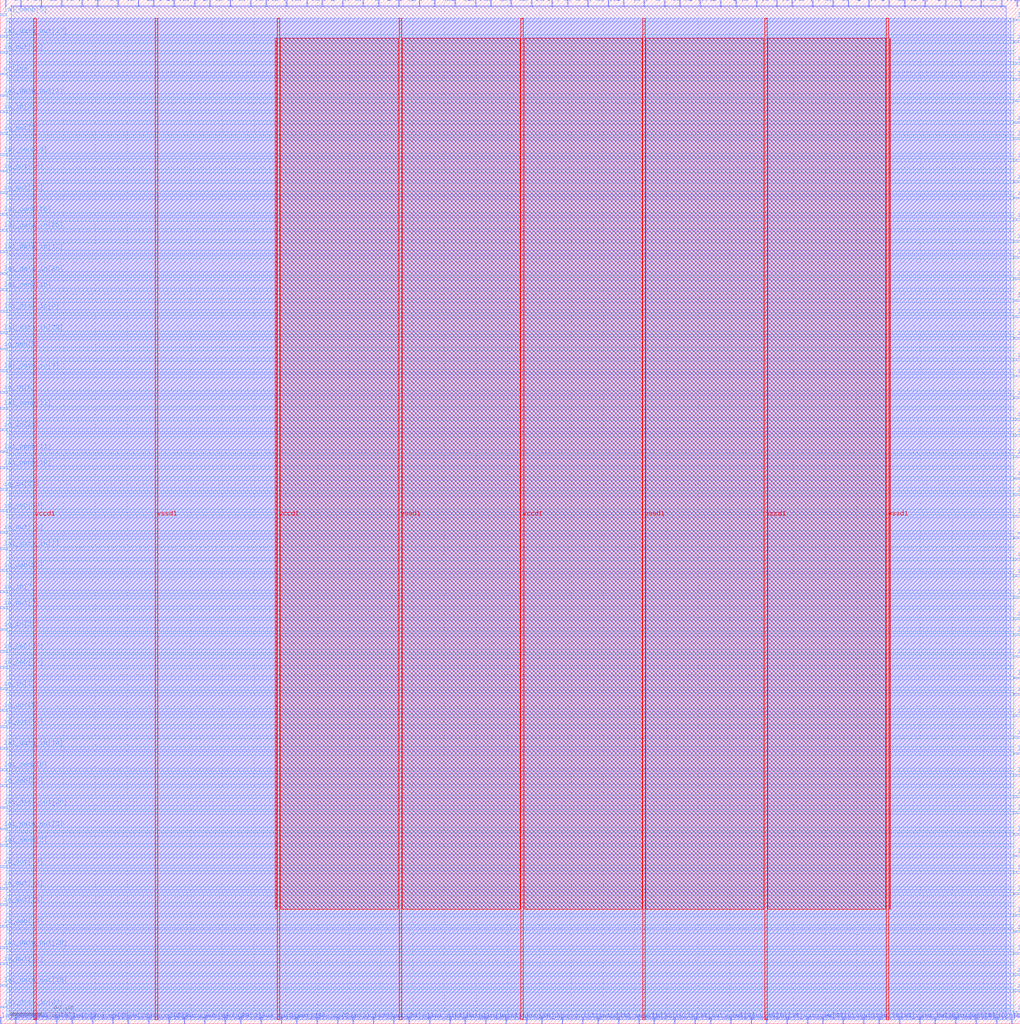
<source format=lef>
VERSION 5.7 ;
  NOWIREEXTENSIONATPIN ON ;
  DIVIDERCHAR "/" ;
  BUSBITCHARS "[]" ;
MACRO wrapped_tetris
  CLASS BLOCK ;
  FOREIGN wrapped_tetris ;
  ORIGIN 0.000 0.000 ;
  SIZE 642.950 BY 645.510 ;
  PIN active
    DIRECTION INPUT ;
    USE SIGNAL ;
    PORT
      LAYER met3 ;
        RECT 0.000 598.140 4.000 599.340 ;
    END
  END active
  PIN io_in[0]
    DIRECTION INPUT ;
    USE SIGNAL ;
    PORT
      LAYER met2 ;
        RECT 199.590 0.000 200.150 4.000 ;
    END
  END io_in[0]
  PIN io_in[10]
    DIRECTION INPUT ;
    USE SIGNAL ;
    PORT
      LAYER met2 ;
        RECT 357.370 641.510 357.930 645.510 ;
    END
  END io_in[10]
  PIN io_in[11]
    DIRECTION INPUT ;
    USE SIGNAL ;
    PORT
      LAYER met2 ;
        RECT 3.170 641.510 3.730 645.510 ;
    END
  END io_in[11]
  PIN io_in[12]
    DIRECTION INPUT ;
    USE SIGNAL ;
    PORT
      LAYER met3 ;
        RECT 638.950 543.740 642.950 544.940 ;
    END
  END io_in[12]
  PIN io_in[13]
    DIRECTION INPUT ;
    USE SIGNAL ;
    PORT
      LAYER met2 ;
        RECT 305.850 0.000 306.410 4.000 ;
    END
  END io_in[13]
  PIN io_in[14]
    DIRECTION INPUT ;
    USE SIGNAL ;
    PORT
      LAYER met2 ;
        RECT 238.230 641.510 238.790 645.510 ;
    END
  END io_in[14]
  PIN io_in[15]
    DIRECTION INPUT ;
    USE SIGNAL ;
    PORT
      LAYER met3 ;
        RECT 638.950 567.540 642.950 568.740 ;
    END
  END io_in[15]
  PIN io_in[16]
    DIRECTION INPUT ;
    USE SIGNAL ;
    PORT
      LAYER met3 ;
        RECT 638.950 57.540 642.950 58.740 ;
    END
  END io_in[16]
  PIN io_in[17]
    DIRECTION INPUT ;
    USE SIGNAL ;
    PORT
      LAYER met2 ;
        RECT 131.970 641.510 132.530 645.510 ;
    END
  END io_in[17]
  PIN io_in[18]
    DIRECTION INPUT ;
    USE SIGNAL ;
    PORT
      LAYER met2 ;
        RECT 157.730 641.510 158.290 645.510 ;
    END
  END io_in[18]
  PIN io_in[19]
    DIRECTION INPUT ;
    USE SIGNAL ;
    PORT
      LAYER met2 ;
        RECT 553.790 0.000 554.350 4.000 ;
    END
  END io_in[19]
  PIN io_in[1]
    DIRECTION INPUT ;
    USE SIGNAL ;
    PORT
      LAYER met3 ;
        RECT 0.000 210.540 4.000 211.740 ;
    END
  END io_in[1]
  PIN io_in[20]
    DIRECTION INPUT ;
    USE SIGNAL ;
    PORT
      LAYER met3 ;
        RECT 0.000 373.740 4.000 374.940 ;
    END
  END io_in[20]
  PIN io_in[21]
    DIRECTION INPUT ;
    USE SIGNAL ;
    PORT
      LAYER met3 ;
        RECT 0.000 247.940 4.000 249.140 ;
    END
  END io_in[21]
  PIN io_in[22]
    DIRECTION INPUT ;
    USE SIGNAL ;
    PORT
      LAYER met3 ;
        RECT 638.950 207.140 642.950 208.340 ;
    END
  END io_in[22]
  PIN io_in[23]
    DIRECTION INPUT ;
    USE SIGNAL ;
    PORT
      LAYER met2 ;
        RECT 122.310 641.510 122.870 645.510 ;
    END
  END io_in[23]
  PIN io_in[24]
    DIRECTION INPUT ;
    USE SIGNAL ;
    PORT
      LAYER met2 ;
        RECT 86.890 641.510 87.450 645.510 ;
    END
  END io_in[24]
  PIN io_in[25]
    DIRECTION INPUT ;
    USE SIGNAL ;
    PORT
      LAYER met2 ;
        RECT 482.950 0.000 483.510 4.000 ;
    END
  END io_in[25]
  PIN io_in[26]
    DIRECTION INPUT ;
    USE SIGNAL ;
    PORT
      LAYER met2 ;
        RECT 473.290 0.000 473.850 4.000 ;
    END
  END io_in[26]
  PIN io_in[27]
    DIRECTION INPUT ;
    USE SIGNAL ;
    PORT
      LAYER met3 ;
        RECT 638.950 142.540 642.950 143.740 ;
    END
  END io_in[27]
  PIN io_in[28]
    DIRECTION INPUT ;
    USE SIGNAL ;
    PORT
      LAYER met2 ;
        RECT 424.990 0.000 425.550 4.000 ;
    END
  END io_in[28]
  PIN io_in[29]
    DIRECTION INPUT ;
    USE SIGNAL ;
    PORT
      LAYER met2 ;
        RECT 640.730 641.510 641.290 645.510 ;
    END
  END io_in[29]
  PIN io_in[2]
    DIRECTION INPUT ;
    USE SIGNAL ;
    PORT
      LAYER met2 ;
        RECT 212.470 0.000 213.030 4.000 ;
    END
  END io_in[2]
  PIN io_in[30]
    DIRECTION INPUT ;
    USE SIGNAL ;
    PORT
      LAYER met3 ;
        RECT 638.950 254.740 642.950 255.940 ;
    END
  END io_in[30]
  PIN io_in[31]
    DIRECTION INPUT ;
    USE SIGNAL ;
    PORT
      LAYER met3 ;
        RECT 0.000 574.340 4.000 575.540 ;
    END
  END io_in[31]
  PIN io_in[32]
    DIRECTION INPUT ;
    USE SIGNAL ;
    PORT
      LAYER met2 ;
        RECT 402.450 0.000 403.010 4.000 ;
    END
  END io_in[32]
  PIN io_in[33]
    DIRECTION INPUT ;
    USE SIGNAL ;
    PORT
      LAYER met3 ;
        RECT 0.000 336.340 4.000 337.540 ;
    END
  END io_in[33]
  PIN io_in[34]
    DIRECTION INPUT ;
    USE SIGNAL ;
    PORT
      LAYER met2 ;
        RECT 489.390 641.510 489.950 645.510 ;
    END
  END io_in[34]
  PIN io_in[35]
    DIRECTION INPUT ;
    USE SIGNAL ;
    PORT
      LAYER met2 ;
        RECT 560.230 641.510 560.790 645.510 ;
    END
  END io_in[35]
  PIN io_in[36]
    DIRECTION INPUT ;
    USE SIGNAL ;
    PORT
      LAYER met3 ;
        RECT 638.950 407.740 642.950 408.940 ;
    END
  END io_in[36]
  PIN io_in[37]
    DIRECTION INPUT ;
    USE SIGNAL ;
    PORT
      LAYER met2 ;
        RECT 569.890 641.510 570.450 645.510 ;
    END
  END io_in[37]
  PIN io_in[3]
    DIRECTION INPUT ;
    USE SIGNAL ;
    PORT
      LAYER met2 ;
        RECT 370.250 641.510 370.810 645.510 ;
    END
  END io_in[3]
  PIN io_in[4]
    DIRECTION INPUT ;
    USE SIGNAL ;
    PORT
      LAYER met3 ;
        RECT 638.950 394.140 642.950 395.340 ;
    END
  END io_in[4]
  PIN io_in[5]
    DIRECTION INPUT ;
    USE SIGNAL ;
    PORT
      LAYER met3 ;
        RECT 638.950 618.540 642.950 619.740 ;
    END
  END io_in[5]
  PIN io_in[6]
    DIRECTION INPUT ;
    USE SIGNAL ;
    PORT
      LAYER met3 ;
        RECT 0.000 397.540 4.000 398.740 ;
    END
  END io_in[6]
  PIN io_in[7]
    DIRECTION INPUT ;
    USE SIGNAL ;
    PORT
      LAYER met3 ;
        RECT 0.000 271.740 4.000 272.940 ;
    END
  END io_in[7]
  PIN io_in[8]
    DIRECTION INPUT ;
    USE SIGNAL ;
    PORT
      LAYER met3 ;
        RECT 638.950 431.540 642.950 432.740 ;
    END
  END io_in[8]
  PIN io_in[9]
    DIRECTION INPUT ;
    USE SIGNAL ;
    PORT
      LAYER met2 ;
        RECT 109.430 641.510 109.990 645.510 ;
    END
  END io_in[9]
  PIN io_oeb[0]
    DIRECTION OUTPUT TRISTATE ;
    USE SIGNAL ;
    PORT
      LAYER met2 ;
        RECT 341.270 0.000 341.830 4.000 ;
    END
  END io_oeb[0]
  PIN io_oeb[10]
    DIRECTION OUTPUT TRISTATE ;
    USE SIGNAL ;
    PORT
      LAYER met3 ;
        RECT 0.000 224.140 4.000 225.340 ;
    END
  END io_oeb[10]
  PIN io_oeb[11]
    DIRECTION OUTPUT TRISTATE ;
    USE SIGNAL ;
    PORT
      LAYER met3 ;
        RECT 638.950 370.340 642.950 371.540 ;
    END
  END io_oeb[11]
  PIN io_oeb[12]
    DIRECTION OUTPUT TRISTATE ;
    USE SIGNAL ;
    PORT
      LAYER met3 ;
        RECT 638.950 193.540 642.950 194.740 ;
    END
  END io_oeb[12]
  PIN io_oeb[13]
    DIRECTION OUTPUT TRISTATE ;
    USE SIGNAL ;
    PORT
      LAYER met3 ;
        RECT 638.950 179.940 642.950 181.140 ;
    END
  END io_oeb[13]
  PIN io_oeb[14]
    DIRECTION OUTPUT TRISTATE ;
    USE SIGNAL ;
    PORT
      LAYER met3 ;
        RECT 0.000 60.940 4.000 62.140 ;
    END
  END io_oeb[14]
  PIN io_oeb[15]
    DIRECTION OUTPUT TRISTATE ;
    USE SIGNAL ;
    PORT
      LAYER met2 ;
        RECT 180.270 641.510 180.830 645.510 ;
    END
  END io_oeb[15]
  PIN io_oeb[16]
    DIRECTION OUTPUT TRISTATE ;
    USE SIGNAL ;
    PORT
      LAYER met3 ;
        RECT 638.950 30.340 642.950 31.540 ;
    END
  END io_oeb[16]
  PIN io_oeb[17]
    DIRECTION OUTPUT TRISTATE ;
    USE SIGNAL ;
    PORT
      LAYER met2 ;
        RECT 177.050 0.000 177.610 4.000 ;
    END
  END io_oeb[17]
  PIN io_oeb[18]
    DIRECTION OUTPUT TRISTATE ;
    USE SIGNAL ;
    PORT
      LAYER met2 ;
        RECT 463.630 641.510 464.190 645.510 ;
    END
  END io_oeb[18]
  PIN io_oeb[19]
    DIRECTION OUTPUT TRISTATE ;
    USE SIGNAL ;
    PORT
      LAYER met2 ;
        RECT 193.150 641.510 193.710 645.510 ;
    END
  END io_oeb[19]
  PIN io_oeb[1]
    DIRECTION OUTPUT TRISTATE ;
    USE SIGNAL ;
    PORT
      LAYER met2 ;
        RECT 508.710 0.000 509.270 4.000 ;
    END
  END io_oeb[1]
  PIN io_oeb[20]
    DIRECTION OUTPUT TRISTATE ;
    USE SIGNAL ;
    PORT
      LAYER met3 ;
        RECT 638.950 281.940 642.950 283.140 ;
    END
  END io_oeb[20]
  PIN io_oeb[21]
    DIRECTION OUTPUT TRISTATE ;
    USE SIGNAL ;
    PORT
      LAYER met2 ;
        RECT 25.710 641.510 26.270 645.510 ;
    END
  END io_oeb[21]
  PIN io_oeb[22]
    DIRECTION OUTPUT TRISTATE ;
    USE SIGNAL ;
    PORT
      LAYER met2 ;
        RECT 70.790 0.000 71.350 4.000 ;
    END
  END io_oeb[22]
  PIN io_oeb[23]
    DIRECTION OUTPUT TRISTATE ;
    USE SIGNAL ;
    PORT
      LAYER met2 ;
        RECT 321.950 641.510 322.510 645.510 ;
    END
  END io_oeb[23]
  PIN io_oeb[24]
    DIRECTION OUTPUT TRISTATE ;
    USE SIGNAL ;
    PORT
      LAYER met2 ;
        RECT 334.830 641.510 335.390 645.510 ;
    END
  END io_oeb[24]
  PIN io_oeb[25]
    DIRECTION OUTPUT TRISTATE ;
    USE SIGNAL ;
    PORT
      LAYER met2 ;
        RECT 614.970 0.000 615.530 4.000 ;
    END
  END io_oeb[25]
  PIN io_oeb[26]
    DIRECTION OUTPUT TRISTATE ;
    USE SIGNAL ;
    PORT
      LAYER met3 ;
        RECT 638.950 506.340 642.950 507.540 ;
    END
  END io_oeb[26]
  PIN io_oeb[27]
    DIRECTION OUTPUT TRISTATE ;
    USE SIGNAL ;
    PORT
      LAYER met2 ;
        RECT 383.130 641.510 383.690 645.510 ;
    END
  END io_oeb[27]
  PIN io_oeb[28]
    DIRECTION OUTPUT TRISTATE ;
    USE SIGNAL ;
    PORT
      LAYER met2 ;
        RECT 544.130 0.000 544.690 4.000 ;
    END
  END io_oeb[28]
  PIN io_oeb[29]
    DIRECTION OUTPUT TRISTATE ;
    USE SIGNAL ;
    PORT
      LAYER met3 ;
        RECT 638.950 417.940 642.950 419.140 ;
    END
  END io_oeb[29]
  PIN io_oeb[2]
    DIRECTION OUTPUT TRISTATE ;
    USE SIGNAL ;
    PORT
      LAYER met2 ;
        RECT 534.470 641.510 535.030 645.510 ;
    END
  END io_oeb[2]
  PIN io_oeb[30]
    DIRECTION OUTPUT TRISTATE ;
    USE SIGNAL ;
    PORT
      LAYER met2 ;
        RECT 38.590 641.510 39.150 645.510 ;
    END
  END io_oeb[30]
  PIN io_oeb[31]
    DIRECTION OUTPUT TRISTATE ;
    USE SIGNAL ;
    PORT
      LAYER met2 ;
        RECT 531.250 0.000 531.810 4.000 ;
    END
  END io_oeb[31]
  PIN io_oeb[32]
    DIRECTION OUTPUT TRISTATE ;
    USE SIGNAL ;
    PORT
      LAYER met3 ;
        RECT 0.000 322.740 4.000 323.940 ;
    END
  END io_oeb[32]
  PIN io_oeb[33]
    DIRECTION OUTPUT TRISTATE ;
    USE SIGNAL ;
    PORT
      LAYER met2 ;
        RECT 627.850 0.000 628.410 4.000 ;
    END
  END io_oeb[33]
  PIN io_oeb[34]
    DIRECTION OUTPUT TRISTATE ;
    USE SIGNAL ;
    PORT
      LAYER met2 ;
        RECT 144.850 641.510 145.410 645.510 ;
    END
  END io_oeb[34]
  PIN io_oeb[35]
    DIRECTION OUTPUT TRISTATE ;
    USE SIGNAL ;
    PORT
      LAYER met3 ;
        RECT 0.000 285.340 4.000 286.540 ;
    END
  END io_oeb[35]
  PIN io_oeb[36]
    DIRECTION OUTPUT TRISTATE ;
    USE SIGNAL ;
    PORT
      LAYER met3 ;
        RECT 0.000 149.340 4.000 150.540 ;
    END
  END io_oeb[36]
  PIN io_oeb[37]
    DIRECTION OUTPUT TRISTATE ;
    USE SIGNAL ;
    PORT
      LAYER met3 ;
        RECT 0.000 234.340 4.000 235.540 ;
    END
  END io_oeb[37]
  PIN io_oeb[3]
    DIRECTION OUTPUT TRISTATE ;
    USE SIGNAL ;
    PORT
      LAYER met2 ;
        RECT 331.610 0.000 332.170 4.000 ;
    END
  END io_oeb[3]
  PIN io_oeb[4]
    DIRECTION OUTPUT TRISTATE ;
    USE SIGNAL ;
    PORT
      LAYER met3 ;
        RECT 638.950 6.540 642.950 7.740 ;
    END
  END io_oeb[4]
  PIN io_oeb[5]
    DIRECTION OUTPUT TRISTATE ;
    USE SIGNAL ;
    PORT
      LAYER met3 ;
        RECT 0.000 424.740 4.000 425.940 ;
    END
  END io_oeb[5]
  PIN io_oeb[6]
    DIRECTION OUTPUT TRISTATE ;
    USE SIGNAL ;
    PORT
      LAYER met3 ;
        RECT 638.950 230.940 642.950 232.140 ;
    END
  END io_oeb[6]
  PIN io_oeb[7]
    DIRECTION OUTPUT TRISTATE ;
    USE SIGNAL ;
    PORT
      LAYER met2 ;
        RECT 167.390 641.510 167.950 645.510 ;
    END
  END io_oeb[7]
  PIN io_oeb[8]
    DIRECTION OUTPUT TRISTATE ;
    USE SIGNAL ;
    PORT
      LAYER met2 ;
        RECT 57.910 0.000 58.470 4.000 ;
    END
  END io_oeb[8]
  PIN io_oeb[9]
    DIRECTION OUTPUT TRISTATE ;
    USE SIGNAL ;
    PORT
      LAYER met2 ;
        RECT 141.630 0.000 142.190 4.000 ;
    END
  END io_oeb[9]
  PIN io_out[0]
    DIRECTION OUTPUT TRISTATE ;
    USE SIGNAL ;
    PORT
      LAYER met3 ;
        RECT 638.950 604.940 642.950 606.140 ;
    END
  END io_out[0]
  PIN io_out[10]
    DIRECTION OUTPUT TRISTATE ;
    USE SIGNAL ;
    PORT
      LAYER met3 ;
        RECT 638.950 356.740 642.950 357.940 ;
    END
  END io_out[10]
  PIN io_out[11]
    DIRECTION OUTPUT TRISTATE ;
    USE SIGNAL ;
    PORT
      LAYER met3 ;
        RECT 0.000 37.140 4.000 38.340 ;
    END
  END io_out[11]
  PIN io_out[12]
    DIRECTION OUTPUT TRISTATE ;
    USE SIGNAL ;
    PORT
      LAYER met3 ;
        RECT 0.000 98.340 4.000 99.540 ;
    END
  END io_out[12]
  PIN io_out[13]
    DIRECTION OUTPUT TRISTATE ;
    USE SIGNAL ;
    PORT
      LAYER met2 ;
        RECT 518.370 0.000 518.930 4.000 ;
    END
  END io_out[13]
  PIN io_out[14]
    DIRECTION OUTPUT TRISTATE ;
    USE SIGNAL ;
    PORT
      LAYER met3 ;
        RECT 638.950 519.940 642.950 521.140 ;
    END
  END io_out[14]
  PIN io_out[15]
    DIRECTION OUTPUT TRISTATE ;
    USE SIGNAL ;
    PORT
      LAYER met3 ;
        RECT 0.000 536.940 4.000 538.140 ;
    END
  END io_out[15]
  PIN io_out[16]
    DIRECTION OUTPUT TRISTATE ;
    USE SIGNAL ;
    PORT
      LAYER met3 ;
        RECT 638.950 343.140 642.950 344.340 ;
    END
  END io_out[16]
  PIN io_out[17]
    DIRECTION OUTPUT TRISTATE ;
    USE SIGNAL ;
    PORT
      LAYER met2 ;
        RECT 595.650 641.510 596.210 645.510 ;
    END
  END io_out[17]
  PIN io_out[18]
    DIRECTION OUTPUT TRISTATE ;
    USE SIGNAL ;
    PORT
      LAYER met2 ;
        RECT 602.090 0.000 602.650 4.000 ;
    END
  END io_out[18]
  PIN io_out[19]
    DIRECTION OUTPUT TRISTATE ;
    USE SIGNAL ;
    PORT
      LAYER met3 ;
        RECT 0.000 309.140 4.000 310.340 ;
    END
  END io_out[19]
  PIN io_out[1]
    DIRECTION OUTPUT TRISTATE ;
    USE SIGNAL ;
    PORT
      LAYER met2 ;
        RECT 428.210 641.510 428.770 645.510 ;
    END
  END io_out[1]
  PIN io_out[20]
    DIRECTION OUTPUT TRISTATE ;
    USE SIGNAL ;
    PORT
      LAYER met2 ;
        RECT 524.810 641.510 525.370 645.510 ;
    END
  END io_out[20]
  PIN io_out[21]
    DIRECTION OUTPUT TRISTATE ;
    USE SIGNAL ;
    PORT
      LAYER met3 ;
        RECT 0.000 523.340 4.000 524.540 ;
    END
  END io_out[21]
  PIN io_out[22]
    DIRECTION OUTPUT TRISTATE ;
    USE SIGNAL ;
    PORT
      LAYER met2 ;
        RECT 412.110 0.000 412.670 4.000 ;
    END
  END io_out[22]
  PIN io_out[23]
    DIRECTION OUTPUT TRISTATE ;
    USE SIGNAL ;
    PORT
      LAYER met3 ;
        RECT 638.950 292.140 642.950 293.340 ;
    END
  END io_out[23]
  PIN io_out[24]
    DIRECTION OUTPUT TRISTATE ;
    USE SIGNAL ;
    PORT
      LAYER met2 ;
        RECT 354.150 0.000 354.710 4.000 ;
    END
  END io_out[24]
  PIN io_out[25]
    DIRECTION OUTPUT TRISTATE ;
    USE SIGNAL ;
    PORT
      LAYER met2 ;
        RECT 476.510 641.510 477.070 645.510 ;
    END
  END io_out[25]
  PIN io_out[26]
    DIRECTION OUTPUT TRISTATE ;
    USE SIGNAL ;
    PORT
      LAYER met3 ;
        RECT 0.000 74.540 4.000 75.740 ;
    END
  END io_out[26]
  PIN io_out[27]
    DIRECTION OUTPUT TRISTATE ;
    USE SIGNAL ;
    PORT
      LAYER met2 ;
        RECT 499.050 641.510 499.610 645.510 ;
    END
  END io_out[27]
  PIN io_out[28]
    DIRECTION OUTPUT TRISTATE ;
    USE SIGNAL ;
    PORT
      LAYER met2 ;
        RECT 222.130 0.000 222.690 4.000 ;
    END
  END io_out[28]
  PIN io_out[29]
    DIRECTION OUTPUT TRISTATE ;
    USE SIGNAL ;
    PORT
      LAYER met3 ;
        RECT 638.950 20.140 642.950 21.340 ;
    END
  END io_out[29]
  PIN io_out[2]
    DIRECTION OUTPUT TRISTATE ;
    USE SIGNAL ;
    PORT
      LAYER met2 ;
        RECT 93.330 0.000 93.890 4.000 ;
    END
  END io_out[2]
  PIN io_out[30]
    DIRECTION OUTPUT TRISTATE ;
    USE SIGNAL ;
    PORT
      LAYER met3 ;
        RECT 0.000 84.740 4.000 85.940 ;
    END
  END io_out[30]
  PIN io_out[31]
    DIRECTION OUTPUT TRISTATE ;
    USE SIGNAL ;
    PORT
      LAYER met3 ;
        RECT 0.000 186.740 4.000 187.940 ;
    END
  END io_out[31]
  PIN io_out[32]
    DIRECTION OUTPUT TRISTATE ;
    USE SIGNAL ;
    PORT
      LAYER met3 ;
        RECT 0.000 611.740 4.000 612.940 ;
    END
  END io_out[32]
  PIN io_out[33]
    DIRECTION OUTPUT TRISTATE ;
    USE SIGNAL ;
    PORT
      LAYER met3 ;
        RECT 638.950 94.940 642.950 96.140 ;
    END
  END io_out[33]
  PIN io_out[34]
    DIRECTION OUTPUT TRISTATE ;
    USE SIGNAL ;
    PORT
      LAYER met3 ;
        RECT 638.950 530.140 642.950 531.340 ;
    END
  END io_out[34]
  PIN io_out[35]
    DIRECTION OUTPUT TRISTATE ;
    USE SIGNAL ;
    PORT
      LAYER met3 ;
        RECT 638.950 492.740 642.950 493.940 ;
    END
  END io_out[35]
  PIN io_out[36]
    DIRECTION OUTPUT TRISTATE ;
    USE SIGNAL ;
    PORT
      LAYER met2 ;
        RECT 202.810 641.510 203.370 645.510 ;
    END
  END io_out[36]
  PIN io_out[37]
    DIRECTION OUTPUT TRISTATE ;
    USE SIGNAL ;
    PORT
      LAYER met3 ;
        RECT 638.950 581.140 642.950 582.340 ;
    END
  END io_out[37]
  PIN io_out[3]
    DIRECTION OUTPUT TRISTATE ;
    USE SIGNAL ;
    PORT
      LAYER met3 ;
        RECT 0.000 560.740 4.000 561.940 ;
    END
  END io_out[3]
  PIN io_out[4]
    DIRECTION OUTPUT TRISTATE ;
    USE SIGNAL ;
    PORT
      LAYER met3 ;
        RECT 638.950 380.540 642.950 381.740 ;
    END
  END io_out[4]
  PIN io_out[5]
    DIRECTION OUTPUT TRISTATE ;
    USE SIGNAL ;
    PORT
      LAYER met2 ;
        RECT 299.410 641.510 299.970 645.510 ;
    END
  END io_out[5]
  PIN io_out[6]
    DIRECTION OUTPUT TRISTATE ;
    USE SIGNAL ;
    PORT
      LAYER met2 ;
        RECT 618.190 641.510 618.750 645.510 ;
    END
  END io_out[6]
  PIN io_out[7]
    DIRECTION OUTPUT TRISTATE ;
    USE SIGNAL ;
    PORT
      LAYER met3 ;
        RECT 0.000 261.540 4.000 262.740 ;
    END
  END io_out[7]
  PIN io_out[8]
    DIRECTION OUTPUT TRISTATE ;
    USE SIGNAL ;
    PORT
      LAYER met2 ;
        RECT 247.890 0.000 248.450 4.000 ;
    END
  END io_out[8]
  PIN io_out[9]
    DIRECTION OUTPUT TRISTATE ;
    USE SIGNAL ;
    PORT
      LAYER met3 ;
        RECT 0.000 196.940 4.000 198.140 ;
    END
  END io_out[9]
  PIN la1_data_in[0]
    DIRECTION INPUT ;
    USE SIGNAL ;
    PORT
      LAYER met3 ;
        RECT 638.950 105.140 642.950 106.340 ;
    END
  END la1_data_in[0]
  PIN la1_data_in[10]
    DIRECTION INPUT ;
    USE SIGNAL ;
    PORT
      LAYER met2 ;
        RECT 283.310 0.000 283.870 4.000 ;
    END
  END la1_data_in[10]
  PIN la1_data_in[11]
    DIRECTION INPUT ;
    USE SIGNAL ;
    PORT
      LAYER met3 ;
        RECT 638.950 81.340 642.950 82.540 ;
    END
  END la1_data_in[11]
  PIN la1_data_in[12]
    DIRECTION INPUT ;
    USE SIGNAL ;
    PORT
      LAYER met3 ;
        RECT 0.000 485.940 4.000 487.140 ;
    END
  END la1_data_in[12]
  PIN la1_data_in[13]
    DIRECTION INPUT ;
    USE SIGNAL ;
    PORT
      LAYER met2 ;
        RECT 437.870 0.000 438.430 4.000 ;
    END
  END la1_data_in[13]
  PIN la1_data_in[14]
    DIRECTION INPUT ;
    USE SIGNAL ;
    PORT
      LAYER met3 ;
        RECT 0.000 173.140 4.000 174.340 ;
    END
  END la1_data_in[14]
  PIN la1_data_in[15]
    DIRECTION INPUT ;
    USE SIGNAL ;
    PORT
      LAYER met2 ;
        RECT 215.690 641.510 216.250 645.510 ;
    END
  END la1_data_in[15]
  PIN la1_data_in[16]
    DIRECTION INPUT ;
    USE SIGNAL ;
    PORT
      LAYER met2 ;
        RECT 405.670 641.510 406.230 645.510 ;
    END
  END la1_data_in[16]
  PIN la1_data_in[17]
    DIRECTION INPUT ;
    USE SIGNAL ;
    PORT
      LAYER met2 ;
        RECT 309.070 641.510 309.630 645.510 ;
    END
  END la1_data_in[17]
  PIN la1_data_in[18]
    DIRECTION INPUT ;
    USE SIGNAL ;
    PORT
      LAYER met2 ;
        RECT 566.670 0.000 567.230 4.000 ;
    END
  END la1_data_in[18]
  PIN la1_data_in[19]
    DIRECTION INPUT ;
    USE SIGNAL ;
    PORT
      LAYER met2 ;
        RECT 228.570 641.510 229.130 645.510 ;
    END
  END la1_data_in[19]
  PIN la1_data_in[1]
    DIRECTION INPUT ;
    USE SIGNAL ;
    PORT
      LAYER met2 ;
        RECT 257.550 0.000 258.110 4.000 ;
    END
  END la1_data_in[1]
  PIN la1_data_in[20]
    DIRECTION INPUT ;
    USE SIGNAL ;
    PORT
      LAYER met3 ;
        RECT 0.000 472.340 4.000 473.540 ;
    END
  END la1_data_in[20]
  PIN la1_data_in[21]
    DIRECTION INPUT ;
    USE SIGNAL ;
    PORT
      LAYER met2 ;
        RECT 631.070 641.510 631.630 645.510 ;
    END
  END la1_data_in[21]
  PIN la1_data_in[22]
    DIRECTION INPUT ;
    USE SIGNAL ;
    PORT
      LAYER met3 ;
        RECT 638.950 118.740 642.950 119.940 ;
    END
  END la1_data_in[22]
  PIN la1_data_in[23]
    DIRECTION INPUT ;
    USE SIGNAL ;
    PORT
      LAYER met3 ;
        RECT 0.000 9.940 4.000 11.140 ;
    END
  END la1_data_in[23]
  PIN la1_data_in[24]
    DIRECTION INPUT ;
    USE SIGNAL ;
    PORT
      LAYER met2 ;
        RECT 186.710 0.000 187.270 4.000 ;
    END
  END la1_data_in[24]
  PIN la1_data_in[25]
    DIRECTION INPUT ;
    USE SIGNAL ;
    PORT
      LAYER met3 ;
        RECT 0.000 499.540 4.000 500.740 ;
    END
  END la1_data_in[25]
  PIN la1_data_in[26]
    DIRECTION INPUT ;
    USE SIGNAL ;
    PORT
      LAYER met3 ;
        RECT 638.950 43.940 642.950 45.140 ;
    END
  END la1_data_in[26]
  PIN la1_data_in[27]
    DIRECTION INPUT ;
    USE SIGNAL ;
    PORT
      LAYER met2 ;
        RECT 376.690 0.000 377.250 4.000 ;
    END
  END la1_data_in[27]
  PIN la1_data_in[28]
    DIRECTION INPUT ;
    USE SIGNAL ;
    PORT
      LAYER met3 ;
        RECT 0.000 434.940 4.000 436.140 ;
    END
  END la1_data_in[28]
  PIN la1_data_in[29]
    DIRECTION INPUT ;
    USE SIGNAL ;
    PORT
      LAYER met2 ;
        RECT 12.830 641.510 13.390 645.510 ;
    END
  END la1_data_in[29]
  PIN la1_data_in[2]
    DIRECTION INPUT ;
    USE SIGNAL ;
    PORT
      LAYER met2 ;
        RECT 151.290 0.000 151.850 4.000 ;
    END
  END la1_data_in[2]
  PIN la1_data_in[30]
    DIRECTION INPUT ;
    USE SIGNAL ;
    PORT
      LAYER met2 ;
        RECT 22.490 0.000 23.050 4.000 ;
    END
  END la1_data_in[30]
  PIN la1_data_in[31]
    DIRECTION INPUT ;
    USE SIGNAL ;
    PORT
      LAYER met2 ;
        RECT 495.830 0.000 496.390 4.000 ;
    END
  END la1_data_in[31]
  PIN la1_data_in[3]
    DIRECTION INPUT ;
    USE SIGNAL ;
    PORT
      LAYER met3 ;
        RECT 0.000 411.140 4.000 412.340 ;
    END
  END la1_data_in[3]
  PIN la1_data_in[4]
    DIRECTION INPUT ;
    USE SIGNAL ;
    PORT
      LAYER met2 ;
        RECT 547.350 641.510 547.910 645.510 ;
    END
  END la1_data_in[4]
  PIN la1_data_in[5]
    DIRECTION INPUT ;
    USE SIGNAL ;
    PORT
      LAYER met3 ;
        RECT 638.950 319.340 642.950 320.540 ;
    END
  END la1_data_in[5]
  PIN la1_data_in[6]
    DIRECTION INPUT ;
    USE SIGNAL ;
    PORT
      LAYER met2 ;
        RECT 251.110 641.510 251.670 645.510 ;
    END
  END la1_data_in[6]
  PIN la1_data_in[7]
    DIRECTION INPUT ;
    USE SIGNAL ;
    PORT
      LAYER met3 ;
        RECT 0.000 298.940 4.000 300.140 ;
    END
  END la1_data_in[7]
  PIN la1_data_in[8]
    DIRECTION INPUT ;
    USE SIGNAL ;
    PORT
      LAYER met2 ;
        RECT 263.990 641.510 264.550 645.510 ;
    END
  END la1_data_in[8]
  PIN la1_data_in[9]
    DIRECTION INPUT ;
    USE SIGNAL ;
    PORT
      LAYER met3 ;
        RECT 0.000 448.540 4.000 449.740 ;
    END
  END la1_data_in[9]
  PIN la1_data_out[0]
    DIRECTION OUTPUT TRISTATE ;
    USE SIGNAL ;
    PORT
      LAYER met2 ;
        RECT 106.210 0.000 106.770 4.000 ;
    END
  END la1_data_out[0]
  PIN la1_data_out[10]
    DIRECTION OUTPUT TRISTATE ;
    USE SIGNAL ;
    PORT
      LAYER met3 ;
        RECT 638.950 156.140 642.950 157.340 ;
    END
  END la1_data_out[10]
  PIN la1_data_out[11]
    DIRECTION OUTPUT TRISTATE ;
    USE SIGNAL ;
    PORT
      LAYER met2 ;
        RECT 292.970 0.000 293.530 4.000 ;
    END
  END la1_data_out[11]
  PIN la1_data_out[12]
    DIRECTION OUTPUT TRISTATE ;
    USE SIGNAL ;
    PORT
      LAYER met3 ;
        RECT 638.950 594.740 642.950 595.940 ;
    END
  END la1_data_out[12]
  PIN la1_data_out[13]
    DIRECTION OUTPUT TRISTATE ;
    USE SIGNAL ;
    PORT
      LAYER met2 ;
        RECT 61.130 641.510 61.690 645.510 ;
    END
  END la1_data_out[13]
  PIN la1_data_out[14]
    DIRECTION OUTPUT TRISTATE ;
    USE SIGNAL ;
    PORT
      LAYER met2 ;
        RECT 347.710 641.510 348.270 645.510 ;
    END
  END la1_data_out[14]
  PIN la1_data_out[15]
    DIRECTION OUTPUT TRISTATE ;
    USE SIGNAL ;
    PORT
      LAYER met3 ;
        RECT 0.000 23.540 4.000 24.740 ;
    END
  END la1_data_out[15]
  PIN la1_data_out[16]
    DIRECTION OUTPUT TRISTATE ;
    USE SIGNAL ;
    PORT
      LAYER met3 ;
        RECT 638.950 217.340 642.950 218.540 ;
    END
  END la1_data_out[16]
  PIN la1_data_out[17]
    DIRECTION OUTPUT TRISTATE ;
    USE SIGNAL ;
    PORT
      LAYER met3 ;
        RECT 638.950 468.940 642.950 470.140 ;
    END
  END la1_data_out[17]
  PIN la1_data_out[18]
    DIRECTION OUTPUT TRISTATE ;
    USE SIGNAL ;
    PORT
      LAYER met2 ;
        RECT 74.010 641.510 74.570 645.510 ;
    END
  END la1_data_out[18]
  PIN la1_data_out[19]
    DIRECTION OUTPUT TRISTATE ;
    USE SIGNAL ;
    PORT
      LAYER met3 ;
        RECT 638.950 332.940 642.950 334.140 ;
    END
  END la1_data_out[19]
  PIN la1_data_out[1]
    DIRECTION OUTPUT TRISTATE ;
    USE SIGNAL ;
    PORT
      LAYER met3 ;
        RECT 0.000 584.540 4.000 585.740 ;
    END
  END la1_data_out[1]
  PIN la1_data_out[20]
    DIRECTION OUTPUT TRISTATE ;
    USE SIGNAL ;
    PORT
      LAYER met3 ;
        RECT 0.000 135.740 4.000 136.940 ;
    END
  END la1_data_out[20]
  PIN la1_data_out[21]
    DIRECTION OUTPUT TRISTATE ;
    USE SIGNAL ;
    PORT
      LAYER met3 ;
        RECT 638.950 557.340 642.950 558.540 ;
    END
  END la1_data_out[21]
  PIN la1_data_out[22]
    DIRECTION OUTPUT TRISTATE ;
    USE SIGNAL ;
    PORT
      LAYER met2 ;
        RECT 392.790 641.510 393.350 645.510 ;
    END
  END la1_data_out[22]
  PIN la1_data_out[23]
    DIRECTION OUTPUT TRISTATE ;
    USE SIGNAL ;
    PORT
      LAYER met2 ;
        RECT 164.170 0.000 164.730 4.000 ;
    END
  END la1_data_out[23]
  PIN la1_data_out[24]
    DIRECTION OUTPUT TRISTATE ;
    USE SIGNAL ;
    PORT
      LAYER met3 ;
        RECT 638.950 244.540 642.950 245.740 ;
    END
  END la1_data_out[24]
  PIN la1_data_out[25]
    DIRECTION OUTPUT TRISTATE ;
    USE SIGNAL ;
    PORT
      LAYER met3 ;
        RECT 0.000 47.340 4.000 48.540 ;
    END
  END la1_data_out[25]
  PIN la1_data_out[26]
    DIRECTION OUTPUT TRISTATE ;
    USE SIGNAL ;
    PORT
      LAYER met3 ;
        RECT 638.950 67.740 642.950 68.940 ;
    END
  END la1_data_out[26]
  PIN la1_data_out[27]
    DIRECTION OUTPUT TRISTATE ;
    USE SIGNAL ;
    PORT
      LAYER met3 ;
        RECT 0.000 621.940 4.000 623.140 ;
    END
  END la1_data_out[27]
  PIN la1_data_out[28]
    DIRECTION OUTPUT TRISTATE ;
    USE SIGNAL ;
    PORT
      LAYER met2 ;
        RECT 579.550 0.000 580.110 4.000 ;
    END
  END la1_data_out[28]
  PIN la1_data_out[29]
    DIRECTION OUTPUT TRISTATE ;
    USE SIGNAL ;
    PORT
      LAYER met2 ;
        RECT 80.450 0.000 81.010 4.000 ;
    END
  END la1_data_out[29]
  PIN la1_data_out[2]
    DIRECTION OUTPUT TRISTATE ;
    USE SIGNAL ;
    PORT
      LAYER met2 ;
        RECT 270.430 0.000 270.990 4.000 ;
    END
  END la1_data_out[2]
  PIN la1_data_out[30]
    DIRECTION OUTPUT TRISTATE ;
    USE SIGNAL ;
    PORT
      LAYER met3 ;
        RECT 638.950 169.740 642.950 170.940 ;
    END
  END la1_data_out[30]
  PIN la1_data_out[31]
    DIRECTION OUTPUT TRISTATE ;
    USE SIGNAL ;
    PORT
      LAYER met3 ;
        RECT 638.950 632.140 642.950 633.340 ;
    END
  END la1_data_out[31]
  PIN la1_data_out[3]
    DIRECTION OUTPUT TRISTATE ;
    USE SIGNAL ;
    PORT
      LAYER met3 ;
        RECT 0.000 122.140 4.000 123.340 ;
    END
  END la1_data_out[3]
  PIN la1_data_out[4]
    DIRECTION OUTPUT TRISTATE ;
    USE SIGNAL ;
    PORT
      LAYER met2 ;
        RECT 589.210 0.000 589.770 4.000 ;
    END
  END la1_data_out[4]
  PIN la1_data_out[5]
    DIRECTION OUTPUT TRISTATE ;
    USE SIGNAL ;
    PORT
      LAYER met2 ;
        RECT 45.030 0.000 45.590 4.000 ;
    END
  END la1_data_out[5]
  PIN la1_data_out[6]
    DIRECTION OUTPUT TRISTATE ;
    USE SIGNAL ;
    PORT
      LAYER met3 ;
        RECT 638.950 268.340 642.950 269.540 ;
    END
  END la1_data_out[6]
  PIN la1_data_out[7]
    DIRECTION OUTPUT TRISTATE ;
    USE SIGNAL ;
    PORT
      LAYER met2 ;
        RECT 9.610 0.000 10.170 4.000 ;
    END
  END la1_data_out[7]
  PIN la1_data_out[8]
    DIRECTION OUTPUT TRISTATE ;
    USE SIGNAL ;
    PORT
      LAYER met3 ;
        RECT 638.950 482.540 642.950 483.740 ;
    END
  END la1_data_out[8]
  PIN la1_data_out[9]
    DIRECTION OUTPUT TRISTATE ;
    USE SIGNAL ;
    PORT
      LAYER met2 ;
        RECT 605.310 641.510 605.870 645.510 ;
    END
  END la1_data_out[9]
  PIN la1_oenb[0]
    DIRECTION INPUT ;
    USE SIGNAL ;
    PORT
      LAYER met2 ;
        RECT 637.510 0.000 638.070 4.000 ;
    END
  END la1_oenb[0]
  PIN la1_oenb[10]
    DIRECTION INPUT ;
    USE SIGNAL ;
    PORT
      LAYER met2 ;
        RECT 582.770 641.510 583.330 645.510 ;
    END
  END la1_oenb[10]
  PIN la1_oenb[11]
    DIRECTION INPUT ;
    USE SIGNAL ;
    PORT
      LAYER met3 ;
        RECT 0.000 360.140 4.000 361.340 ;
    END
  END la1_oenb[11]
  PIN la1_oenb[12]
    DIRECTION INPUT ;
    USE SIGNAL ;
    PORT
      LAYER met3 ;
        RECT 0.000 387.340 4.000 388.540 ;
    END
  END la1_oenb[12]
  PIN la1_oenb[13]
    DIRECTION INPUT ;
    USE SIGNAL ;
    PORT
      LAYER met2 ;
        RECT 389.570 0.000 390.130 4.000 ;
    END
  END la1_oenb[13]
  PIN la1_oenb[14]
    DIRECTION INPUT ;
    USE SIGNAL ;
    PORT
      LAYER met2 ;
        RECT -0.050 0.000 0.510 4.000 ;
    END
  END la1_oenb[14]
  PIN la1_oenb[15]
    DIRECTION INPUT ;
    USE SIGNAL ;
    PORT
      LAYER met2 ;
        RECT 460.410 0.000 460.970 4.000 ;
    END
  END la1_oenb[15]
  PIN la1_oenb[16]
    DIRECTION INPUT ;
    USE SIGNAL ;
    PORT
      LAYER met3 ;
        RECT 0.000 462.140 4.000 463.340 ;
    END
  END la1_oenb[16]
  PIN la1_oenb[17]
    DIRECTION INPUT ;
    USE SIGNAL ;
    PORT
      LAYER met2 ;
        RECT 51.470 641.510 52.030 645.510 ;
    END
  END la1_oenb[17]
  PIN la1_oenb[18]
    DIRECTION INPUT ;
    USE SIGNAL ;
    PORT
      LAYER met2 ;
        RECT 286.530 641.510 287.090 645.510 ;
    END
  END la1_oenb[18]
  PIN la1_oenb[19]
    DIRECTION INPUT ;
    USE SIGNAL ;
    PORT
      LAYER met3 ;
        RECT 0.000 349.940 4.000 351.140 ;
    END
  END la1_oenb[19]
  PIN la1_oenb[1]
    DIRECTION INPUT ;
    USE SIGNAL ;
    PORT
      LAYER met2 ;
        RECT 115.870 0.000 116.430 4.000 ;
    END
  END la1_oenb[1]
  PIN la1_oenb[20]
    DIRECTION INPUT ;
    USE SIGNAL ;
    PORT
      LAYER met2 ;
        RECT 35.370 0.000 35.930 4.000 ;
    END
  END la1_oenb[20]
  PIN la1_oenb[21]
    DIRECTION INPUT ;
    USE SIGNAL ;
    PORT
      LAYER met2 ;
        RECT 418.550 641.510 419.110 645.510 ;
    END
  END la1_oenb[21]
  PIN la1_oenb[22]
    DIRECTION INPUT ;
    USE SIGNAL ;
    PORT
      LAYER met2 ;
        RECT 273.650 641.510 274.210 645.510 ;
    END
  END la1_oenb[22]
  PIN la1_oenb[23]
    DIRECTION INPUT ;
    USE SIGNAL ;
    PORT
      LAYER met2 ;
        RECT 318.730 0.000 319.290 4.000 ;
    END
  END la1_oenb[23]
  PIN la1_oenb[24]
    DIRECTION INPUT ;
    USE SIGNAL ;
    PORT
      LAYER met2 ;
        RECT 511.930 641.510 512.490 645.510 ;
    END
  END la1_oenb[24]
  PIN la1_oenb[25]
    DIRECTION INPUT ;
    USE SIGNAL ;
    PORT
      LAYER met3 ;
        RECT 638.950 132.340 642.950 133.540 ;
    END
  END la1_oenb[25]
  PIN la1_oenb[26]
    DIRECTION INPUT ;
    USE SIGNAL ;
    PORT
      LAYER met3 ;
        RECT 0.000 509.740 4.000 510.940 ;
    END
  END la1_oenb[26]
  PIN la1_oenb[27]
    DIRECTION INPUT ;
    USE SIGNAL ;
    PORT
      LAYER met3 ;
        RECT 638.950 455.340 642.950 456.540 ;
    END
  END la1_oenb[27]
  PIN la1_oenb[28]
    DIRECTION INPUT ;
    USE SIGNAL ;
    PORT
      LAYER met2 ;
        RECT 128.750 0.000 129.310 4.000 ;
    END
  END la1_oenb[28]
  PIN la1_oenb[29]
    DIRECTION INPUT ;
    USE SIGNAL ;
    PORT
      LAYER met2 ;
        RECT 235.010 0.000 235.570 4.000 ;
    END
  END la1_oenb[29]
  PIN la1_oenb[2]
    DIRECTION INPUT ;
    USE SIGNAL ;
    PORT
      LAYER met3 ;
        RECT 0.000 111.940 4.000 113.140 ;
    END
  END la1_oenb[2]
  PIN la1_oenb[30]
    DIRECTION INPUT ;
    USE SIGNAL ;
    PORT
      LAYER met3 ;
        RECT 638.950 445.140 642.950 446.340 ;
    END
  END la1_oenb[30]
  PIN la1_oenb[31]
    DIRECTION INPUT ;
    USE SIGNAL ;
    PORT
      LAYER met2 ;
        RECT 367.030 0.000 367.590 4.000 ;
    END
  END la1_oenb[31]
  PIN la1_oenb[3]
    DIRECTION INPUT ;
    USE SIGNAL ;
    PORT
      LAYER met2 ;
        RECT 453.970 641.510 454.530 645.510 ;
    END
  END la1_oenb[3]
  PIN la1_oenb[4]
    DIRECTION INPUT ;
    USE SIGNAL ;
    PORT
      LAYER met2 ;
        RECT 441.090 641.510 441.650 645.510 ;
    END
  END la1_oenb[4]
  PIN la1_oenb[5]
    DIRECTION INPUT ;
    USE SIGNAL ;
    PORT
      LAYER met3 ;
        RECT 0.000 635.540 4.000 636.740 ;
    END
  END la1_oenb[5]
  PIN la1_oenb[6]
    DIRECTION INPUT ;
    USE SIGNAL ;
    PORT
      LAYER met2 ;
        RECT 96.550 641.510 97.110 645.510 ;
    END
  END la1_oenb[6]
  PIN la1_oenb[7]
    DIRECTION INPUT ;
    USE SIGNAL ;
    PORT
      LAYER met2 ;
        RECT 447.530 0.000 448.090 4.000 ;
    END
  END la1_oenb[7]
  PIN la1_oenb[8]
    DIRECTION INPUT ;
    USE SIGNAL ;
    PORT
      LAYER met3 ;
        RECT 0.000 159.540 4.000 160.740 ;
    END
  END la1_oenb[8]
  PIN la1_oenb[9]
    DIRECTION INPUT ;
    USE SIGNAL ;
    PORT
      LAYER met3 ;
        RECT 0.000 547.140 4.000 548.340 ;
    END
  END la1_oenb[9]
  PIN vccd1
    DIRECTION INPUT ;
    USE POWER ;
    PORT
      LAYER met4 ;
        RECT 21.040 2.480 22.640 634.000 ;
    END
    PORT
      LAYER met4 ;
        RECT 174.640 2.480 176.240 634.000 ;
    END
    PORT
      LAYER met4 ;
        RECT 328.240 2.480 329.840 634.000 ;
    END
    PORT
      LAYER met4 ;
        RECT 481.840 2.480 483.440 634.000 ;
    END
  END vccd1
  PIN vssd1
    DIRECTION INPUT ;
    USE GROUND ;
    PORT
      LAYER met4 ;
        RECT 97.840 2.480 99.440 634.000 ;
    END
    PORT
      LAYER met4 ;
        RECT 251.440 2.480 253.040 634.000 ;
    END
    PORT
      LAYER met4 ;
        RECT 405.040 2.480 406.640 634.000 ;
    END
    PORT
      LAYER met4 ;
        RECT 558.640 2.480 560.240 634.000 ;
    END
  END vssd1
  PIN wb_clk_i
    DIRECTION INPUT ;
    USE SIGNAL ;
    PORT
      LAYER met3 ;
        RECT 638.950 305.740 642.950 306.940 ;
    END
  END wb_clk_i
  OBS
      LAYER li1 ;
        RECT 5.520 2.635 637.100 633.845 ;
      LAYER met1 ;
        RECT 5.520 2.480 637.100 634.000 ;
      LAYER met2 ;
        RECT 6.990 641.230 12.550 641.650 ;
        RECT 13.670 641.230 25.430 641.650 ;
        RECT 26.550 641.230 38.310 641.650 ;
        RECT 39.430 641.230 51.190 641.650 ;
        RECT 52.310 641.230 60.850 641.650 ;
        RECT 61.970 641.230 73.730 641.650 ;
        RECT 74.850 641.230 86.610 641.650 ;
        RECT 87.730 641.230 96.270 641.650 ;
        RECT 97.390 641.230 109.150 641.650 ;
        RECT 110.270 641.230 122.030 641.650 ;
        RECT 123.150 641.230 131.690 641.650 ;
        RECT 132.810 641.230 144.570 641.650 ;
        RECT 145.690 641.230 157.450 641.650 ;
        RECT 158.570 641.230 167.110 641.650 ;
        RECT 168.230 641.230 179.990 641.650 ;
        RECT 181.110 641.230 192.870 641.650 ;
        RECT 193.990 641.230 202.530 641.650 ;
        RECT 203.650 641.230 215.410 641.650 ;
        RECT 216.530 641.230 228.290 641.650 ;
        RECT 229.410 641.230 237.950 641.650 ;
        RECT 239.070 641.230 250.830 641.650 ;
        RECT 251.950 641.230 263.710 641.650 ;
        RECT 264.830 641.230 273.370 641.650 ;
        RECT 274.490 641.230 286.250 641.650 ;
        RECT 287.370 641.230 299.130 641.650 ;
        RECT 300.250 641.230 308.790 641.650 ;
        RECT 309.910 641.230 321.670 641.650 ;
        RECT 322.790 641.230 334.550 641.650 ;
        RECT 335.670 641.230 347.430 641.650 ;
        RECT 348.550 641.230 357.090 641.650 ;
        RECT 358.210 641.230 369.970 641.650 ;
        RECT 371.090 641.230 382.850 641.650 ;
        RECT 383.970 641.230 392.510 641.650 ;
        RECT 393.630 641.230 405.390 641.650 ;
        RECT 406.510 641.230 418.270 641.650 ;
        RECT 419.390 641.230 427.930 641.650 ;
        RECT 429.050 641.230 440.810 641.650 ;
        RECT 441.930 641.230 453.690 641.650 ;
        RECT 454.810 641.230 463.350 641.650 ;
        RECT 464.470 641.230 476.230 641.650 ;
        RECT 477.350 641.230 489.110 641.650 ;
        RECT 490.230 641.230 498.770 641.650 ;
        RECT 499.890 641.230 511.650 641.650 ;
        RECT 512.770 641.230 524.530 641.650 ;
        RECT 525.650 641.230 534.190 641.650 ;
        RECT 535.310 641.230 547.070 641.650 ;
        RECT 548.190 641.230 559.950 641.650 ;
        RECT 561.070 641.230 569.610 641.650 ;
        RECT 570.730 641.230 582.490 641.650 ;
        RECT 583.610 641.230 595.370 641.650 ;
        RECT 596.490 641.230 605.030 641.650 ;
        RECT 606.150 641.230 617.910 641.650 ;
        RECT 619.030 641.230 630.790 641.650 ;
        RECT 631.910 641.230 634.250 641.650 ;
        RECT 6.990 4.280 634.250 641.230 ;
        RECT 6.990 2.480 9.330 4.280 ;
        RECT 10.450 2.480 22.210 4.280 ;
        RECT 23.330 2.480 35.090 4.280 ;
        RECT 36.210 2.480 44.750 4.280 ;
        RECT 45.870 2.480 57.630 4.280 ;
        RECT 58.750 2.480 70.510 4.280 ;
        RECT 71.630 2.480 80.170 4.280 ;
        RECT 81.290 2.480 93.050 4.280 ;
        RECT 94.170 2.480 105.930 4.280 ;
        RECT 107.050 2.480 115.590 4.280 ;
        RECT 116.710 2.480 128.470 4.280 ;
        RECT 129.590 2.480 141.350 4.280 ;
        RECT 142.470 2.480 151.010 4.280 ;
        RECT 152.130 2.480 163.890 4.280 ;
        RECT 165.010 2.480 176.770 4.280 ;
        RECT 177.890 2.480 186.430 4.280 ;
        RECT 187.550 2.480 199.310 4.280 ;
        RECT 200.430 2.480 212.190 4.280 ;
        RECT 213.310 2.480 221.850 4.280 ;
        RECT 222.970 2.480 234.730 4.280 ;
        RECT 235.850 2.480 247.610 4.280 ;
        RECT 248.730 2.480 257.270 4.280 ;
        RECT 258.390 2.480 270.150 4.280 ;
        RECT 271.270 2.480 283.030 4.280 ;
        RECT 284.150 2.480 292.690 4.280 ;
        RECT 293.810 2.480 305.570 4.280 ;
        RECT 306.690 2.480 318.450 4.280 ;
        RECT 319.570 2.480 331.330 4.280 ;
        RECT 332.450 2.480 340.990 4.280 ;
        RECT 342.110 2.480 353.870 4.280 ;
        RECT 354.990 2.480 366.750 4.280 ;
        RECT 367.870 2.480 376.410 4.280 ;
        RECT 377.530 2.480 389.290 4.280 ;
        RECT 390.410 2.480 402.170 4.280 ;
        RECT 403.290 2.480 411.830 4.280 ;
        RECT 412.950 2.480 424.710 4.280 ;
        RECT 425.830 2.480 437.590 4.280 ;
        RECT 438.710 2.480 447.250 4.280 ;
        RECT 448.370 2.480 460.130 4.280 ;
        RECT 461.250 2.480 473.010 4.280 ;
        RECT 474.130 2.480 482.670 4.280 ;
        RECT 483.790 2.480 495.550 4.280 ;
        RECT 496.670 2.480 508.430 4.280 ;
        RECT 509.550 2.480 518.090 4.280 ;
        RECT 519.210 2.480 530.970 4.280 ;
        RECT 532.090 2.480 543.850 4.280 ;
        RECT 544.970 2.480 553.510 4.280 ;
        RECT 554.630 2.480 566.390 4.280 ;
        RECT 567.510 2.480 579.270 4.280 ;
        RECT 580.390 2.480 588.930 4.280 ;
        RECT 590.050 2.480 601.810 4.280 ;
        RECT 602.930 2.480 614.690 4.280 ;
        RECT 615.810 2.480 627.570 4.280 ;
        RECT 628.690 2.480 634.250 4.280 ;
      LAYER met3 ;
        RECT 4.000 633.740 638.950 633.925 ;
        RECT 4.000 631.740 638.550 633.740 ;
        RECT 4.000 623.540 638.950 631.740 ;
        RECT 4.400 621.540 638.950 623.540 ;
        RECT 4.000 620.140 638.950 621.540 ;
        RECT 4.000 618.140 638.550 620.140 ;
        RECT 4.000 613.340 638.950 618.140 ;
        RECT 4.400 611.340 638.950 613.340 ;
        RECT 4.000 606.540 638.950 611.340 ;
        RECT 4.000 604.540 638.550 606.540 ;
        RECT 4.000 599.740 638.950 604.540 ;
        RECT 4.400 597.740 638.950 599.740 ;
        RECT 4.000 596.340 638.950 597.740 ;
        RECT 4.000 594.340 638.550 596.340 ;
        RECT 4.000 586.140 638.950 594.340 ;
        RECT 4.400 584.140 638.950 586.140 ;
        RECT 4.000 582.740 638.950 584.140 ;
        RECT 4.000 580.740 638.550 582.740 ;
        RECT 4.000 575.940 638.950 580.740 ;
        RECT 4.400 573.940 638.950 575.940 ;
        RECT 4.000 569.140 638.950 573.940 ;
        RECT 4.000 567.140 638.550 569.140 ;
        RECT 4.000 562.340 638.950 567.140 ;
        RECT 4.400 560.340 638.950 562.340 ;
        RECT 4.000 558.940 638.950 560.340 ;
        RECT 4.000 556.940 638.550 558.940 ;
        RECT 4.000 548.740 638.950 556.940 ;
        RECT 4.400 546.740 638.950 548.740 ;
        RECT 4.000 545.340 638.950 546.740 ;
        RECT 4.000 543.340 638.550 545.340 ;
        RECT 4.000 538.540 638.950 543.340 ;
        RECT 4.400 536.540 638.950 538.540 ;
        RECT 4.000 531.740 638.950 536.540 ;
        RECT 4.000 529.740 638.550 531.740 ;
        RECT 4.000 524.940 638.950 529.740 ;
        RECT 4.400 522.940 638.950 524.940 ;
        RECT 4.000 521.540 638.950 522.940 ;
        RECT 4.000 519.540 638.550 521.540 ;
        RECT 4.000 511.340 638.950 519.540 ;
        RECT 4.400 509.340 638.950 511.340 ;
        RECT 4.000 507.940 638.950 509.340 ;
        RECT 4.000 505.940 638.550 507.940 ;
        RECT 4.000 501.140 638.950 505.940 ;
        RECT 4.400 499.140 638.950 501.140 ;
        RECT 4.000 494.340 638.950 499.140 ;
        RECT 4.000 492.340 638.550 494.340 ;
        RECT 4.000 487.540 638.950 492.340 ;
        RECT 4.400 485.540 638.950 487.540 ;
        RECT 4.000 484.140 638.950 485.540 ;
        RECT 4.000 482.140 638.550 484.140 ;
        RECT 4.000 473.940 638.950 482.140 ;
        RECT 4.400 471.940 638.950 473.940 ;
        RECT 4.000 470.540 638.950 471.940 ;
        RECT 4.000 468.540 638.550 470.540 ;
        RECT 4.000 463.740 638.950 468.540 ;
        RECT 4.400 461.740 638.950 463.740 ;
        RECT 4.000 456.940 638.950 461.740 ;
        RECT 4.000 454.940 638.550 456.940 ;
        RECT 4.000 450.140 638.950 454.940 ;
        RECT 4.400 448.140 638.950 450.140 ;
        RECT 4.000 446.740 638.950 448.140 ;
        RECT 4.000 444.740 638.550 446.740 ;
        RECT 4.000 436.540 638.950 444.740 ;
        RECT 4.400 434.540 638.950 436.540 ;
        RECT 4.000 433.140 638.950 434.540 ;
        RECT 4.000 431.140 638.550 433.140 ;
        RECT 4.000 426.340 638.950 431.140 ;
        RECT 4.400 424.340 638.950 426.340 ;
        RECT 4.000 419.540 638.950 424.340 ;
        RECT 4.000 417.540 638.550 419.540 ;
        RECT 4.000 412.740 638.950 417.540 ;
        RECT 4.400 410.740 638.950 412.740 ;
        RECT 4.000 409.340 638.950 410.740 ;
        RECT 4.000 407.340 638.550 409.340 ;
        RECT 4.000 399.140 638.950 407.340 ;
        RECT 4.400 397.140 638.950 399.140 ;
        RECT 4.000 395.740 638.950 397.140 ;
        RECT 4.000 393.740 638.550 395.740 ;
        RECT 4.000 388.940 638.950 393.740 ;
        RECT 4.400 386.940 638.950 388.940 ;
        RECT 4.000 382.140 638.950 386.940 ;
        RECT 4.000 380.140 638.550 382.140 ;
        RECT 4.000 375.340 638.950 380.140 ;
        RECT 4.400 373.340 638.950 375.340 ;
        RECT 4.000 371.940 638.950 373.340 ;
        RECT 4.000 369.940 638.550 371.940 ;
        RECT 4.000 361.740 638.950 369.940 ;
        RECT 4.400 359.740 638.950 361.740 ;
        RECT 4.000 358.340 638.950 359.740 ;
        RECT 4.000 356.340 638.550 358.340 ;
        RECT 4.000 351.540 638.950 356.340 ;
        RECT 4.400 349.540 638.950 351.540 ;
        RECT 4.000 344.740 638.950 349.540 ;
        RECT 4.000 342.740 638.550 344.740 ;
        RECT 4.000 337.940 638.950 342.740 ;
        RECT 4.400 335.940 638.950 337.940 ;
        RECT 4.000 334.540 638.950 335.940 ;
        RECT 4.000 332.540 638.550 334.540 ;
        RECT 4.000 324.340 638.950 332.540 ;
        RECT 4.400 322.340 638.950 324.340 ;
        RECT 4.000 320.940 638.950 322.340 ;
        RECT 4.000 318.940 638.550 320.940 ;
        RECT 4.000 310.740 638.950 318.940 ;
        RECT 4.400 308.740 638.950 310.740 ;
        RECT 4.000 307.340 638.950 308.740 ;
        RECT 4.000 305.340 638.550 307.340 ;
        RECT 4.000 300.540 638.950 305.340 ;
        RECT 4.400 298.540 638.950 300.540 ;
        RECT 4.000 293.740 638.950 298.540 ;
        RECT 4.000 291.740 638.550 293.740 ;
        RECT 4.000 286.940 638.950 291.740 ;
        RECT 4.400 284.940 638.950 286.940 ;
        RECT 4.000 283.540 638.950 284.940 ;
        RECT 4.000 281.540 638.550 283.540 ;
        RECT 4.000 273.340 638.950 281.540 ;
        RECT 4.400 271.340 638.950 273.340 ;
        RECT 4.000 269.940 638.950 271.340 ;
        RECT 4.000 267.940 638.550 269.940 ;
        RECT 4.000 263.140 638.950 267.940 ;
        RECT 4.400 261.140 638.950 263.140 ;
        RECT 4.000 256.340 638.950 261.140 ;
        RECT 4.000 254.340 638.550 256.340 ;
        RECT 4.000 249.540 638.950 254.340 ;
        RECT 4.400 247.540 638.950 249.540 ;
        RECT 4.000 246.140 638.950 247.540 ;
        RECT 4.000 244.140 638.550 246.140 ;
        RECT 4.000 235.940 638.950 244.140 ;
        RECT 4.400 233.940 638.950 235.940 ;
        RECT 4.000 232.540 638.950 233.940 ;
        RECT 4.000 230.540 638.550 232.540 ;
        RECT 4.000 225.740 638.950 230.540 ;
        RECT 4.400 223.740 638.950 225.740 ;
        RECT 4.000 218.940 638.950 223.740 ;
        RECT 4.000 216.940 638.550 218.940 ;
        RECT 4.000 212.140 638.950 216.940 ;
        RECT 4.400 210.140 638.950 212.140 ;
        RECT 4.000 208.740 638.950 210.140 ;
        RECT 4.000 206.740 638.550 208.740 ;
        RECT 4.000 198.540 638.950 206.740 ;
        RECT 4.400 196.540 638.950 198.540 ;
        RECT 4.000 195.140 638.950 196.540 ;
        RECT 4.000 193.140 638.550 195.140 ;
        RECT 4.000 188.340 638.950 193.140 ;
        RECT 4.400 186.340 638.950 188.340 ;
        RECT 4.000 181.540 638.950 186.340 ;
        RECT 4.000 179.540 638.550 181.540 ;
        RECT 4.000 174.740 638.950 179.540 ;
        RECT 4.400 172.740 638.950 174.740 ;
        RECT 4.000 171.340 638.950 172.740 ;
        RECT 4.000 169.340 638.550 171.340 ;
        RECT 4.000 161.140 638.950 169.340 ;
        RECT 4.400 159.140 638.950 161.140 ;
        RECT 4.000 157.740 638.950 159.140 ;
        RECT 4.000 155.740 638.550 157.740 ;
        RECT 4.000 150.940 638.950 155.740 ;
        RECT 4.400 148.940 638.950 150.940 ;
        RECT 4.000 144.140 638.950 148.940 ;
        RECT 4.000 142.140 638.550 144.140 ;
        RECT 4.000 137.340 638.950 142.140 ;
        RECT 4.400 135.340 638.950 137.340 ;
        RECT 4.000 133.940 638.950 135.340 ;
        RECT 4.000 131.940 638.550 133.940 ;
        RECT 4.000 123.740 638.950 131.940 ;
        RECT 4.400 121.740 638.950 123.740 ;
        RECT 4.000 120.340 638.950 121.740 ;
        RECT 4.000 118.340 638.550 120.340 ;
        RECT 4.000 113.540 638.950 118.340 ;
        RECT 4.400 111.540 638.950 113.540 ;
        RECT 4.000 106.740 638.950 111.540 ;
        RECT 4.000 104.740 638.550 106.740 ;
        RECT 4.000 99.940 638.950 104.740 ;
        RECT 4.400 97.940 638.950 99.940 ;
        RECT 4.000 96.540 638.950 97.940 ;
        RECT 4.000 94.540 638.550 96.540 ;
        RECT 4.000 86.340 638.950 94.540 ;
        RECT 4.400 84.340 638.950 86.340 ;
        RECT 4.000 82.940 638.950 84.340 ;
        RECT 4.000 80.940 638.550 82.940 ;
        RECT 4.000 76.140 638.950 80.940 ;
        RECT 4.400 74.140 638.950 76.140 ;
        RECT 4.000 69.340 638.950 74.140 ;
        RECT 4.000 67.340 638.550 69.340 ;
        RECT 4.000 62.540 638.950 67.340 ;
        RECT 4.400 60.540 638.950 62.540 ;
        RECT 4.000 59.140 638.950 60.540 ;
        RECT 4.000 57.140 638.550 59.140 ;
        RECT 4.000 48.940 638.950 57.140 ;
        RECT 4.400 46.940 638.950 48.940 ;
        RECT 4.000 45.540 638.950 46.940 ;
        RECT 4.000 43.540 638.550 45.540 ;
        RECT 4.000 38.740 638.950 43.540 ;
        RECT 4.400 36.740 638.950 38.740 ;
        RECT 4.000 31.940 638.950 36.740 ;
        RECT 4.000 29.940 638.550 31.940 ;
        RECT 4.000 25.140 638.950 29.940 ;
        RECT 4.400 23.140 638.950 25.140 ;
        RECT 4.000 21.740 638.950 23.140 ;
        RECT 4.000 19.740 638.550 21.740 ;
        RECT 4.000 11.540 638.950 19.740 ;
        RECT 4.400 9.540 638.950 11.540 ;
        RECT 4.000 8.140 638.950 9.540 ;
        RECT 4.000 6.140 638.550 8.140 ;
        RECT 4.000 2.555 638.950 6.140 ;
      LAYER met4 ;
        RECT 173.255 72.255 174.240 621.345 ;
        RECT 176.640 72.255 251.040 621.345 ;
        RECT 253.440 72.255 327.840 621.345 ;
        RECT 330.240 72.255 404.640 621.345 ;
        RECT 407.040 72.255 481.440 621.345 ;
        RECT 483.840 72.255 558.240 621.345 ;
        RECT 560.640 72.255 560.905 621.345 ;
  END
END wrapped_tetris
END LIBRARY


</source>
